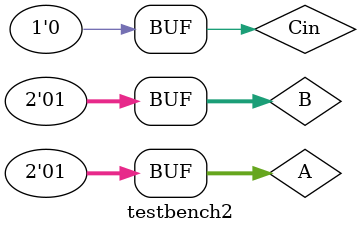
<source format=v>
`timescale 1ns / 1ps

module testbench2();

wire [1:0] A;
wire [1:0] B;
wire Cin;
wire [1:0] S;
wire Cout;

two_bit_look_ahead test(
    .A(A),
    .B(B),
    .Cin(Cin),
    .S(S),
    .Cout(Cout)
);

assign A = 1;
assign B = 1;
assign Cin = 0;

endmodule

</source>
